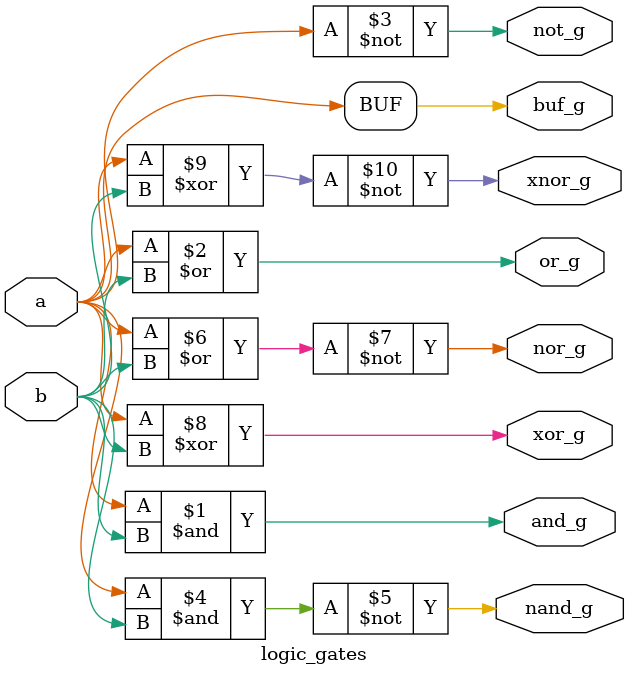
<source format=v>
`timescale 1ns / 1ps

module logic_gates(
    input a, b,
    output and_g,
    output or_g,
    output not_g,
    output buf_g,
    output nand_g,
    output nor_g,
    output xor_g,
    output xnor_g
    );
    
 
    assign and_g=(a & b);
    assign or_g=a | b;
    assign not_g= ~a;
    assign buf_g= a;
    assign nand_g=~(a&b);
    assign nor_g=~(a | b);
    assign xor_g=(a ^ b);
    assign xnor_g=~(a ^ b);
endmodule

</source>
